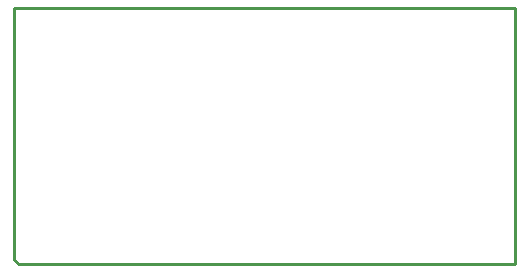
<source format=gtl>
%FSLAX24Y24*%
%MOMM*%
%SFA1B1*%

%IPPOS*%
%ADD10C,0.253999*%
%LNbox-1*%
%LPD*%
G54D10*
X1270Y5080D02*
Y218440D01*
Y5080D02*
X5080Y1270D01*
X425450*
Y218440*
X1270D02*
X425450D01*
M02*
</source>
